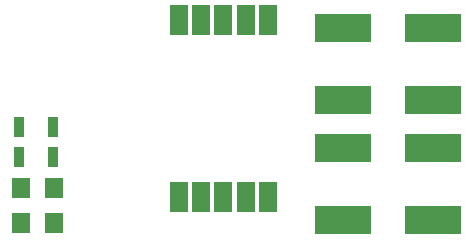
<source format=gbr>
G04 #@! TF.GenerationSoftware,KiCad,Pcbnew,5.0.2+dfsg1-1*
G04 #@! TF.CreationDate,2019-03-09T11:54:22-07:00*
G04 #@! TF.ProjectId,1x7seg_4btn,31783773-6567-45f3-9462-746e2e6b6963,rev?*
G04 #@! TF.SameCoordinates,Original*
G04 #@! TF.FileFunction,Paste,Top*
G04 #@! TF.FilePolarity,Positive*
%FSLAX46Y46*%
G04 Gerber Fmt 4.6, Leading zero omitted, Abs format (unit mm)*
G04 Created by KiCad (PCBNEW 5.0.2+dfsg1-1) date Sat 09 Mar 2019 11:54:22 AM MST*
%MOMM*%
%LPD*%
G01*
G04 APERTURE LIST*
%ADD10R,1.600000X2.500000*%
%ADD11R,1.597660X1.800860*%
%ADD12R,0.900000X1.700000*%
%ADD13R,4.700000X2.450000*%
G04 APERTURE END LIST*
D10*
G04 #@! TO.C,AFF1*
X59563000Y-25520000D03*
X57663000Y-25520000D03*
X55763000Y-25520000D03*
X61463000Y-25520000D03*
X63363000Y-25520000D03*
X59563000Y-40520000D03*
X57663000Y-40520000D03*
X55763000Y-40520000D03*
X61463000Y-40520000D03*
X63363000Y-40520000D03*
G04 #@! TD*
D11*
G04 #@! TO.C,D1*
X42395140Y-39751000D03*
X45234860Y-39751000D03*
G04 #@! TD*
G04 #@! TO.C,D2*
X42395140Y-42672000D03*
X45234860Y-42672000D03*
G04 #@! TD*
D12*
G04 #@! TO.C,R22*
X45138000Y-37084000D03*
X42238000Y-37084000D03*
G04 #@! TD*
G04 #@! TO.C,R23*
X45138000Y-34544000D03*
X42238000Y-34544000D03*
G04 #@! TD*
D13*
G04 #@! TO.C,U2*
X69723000Y-32258000D03*
X69723000Y-26162000D03*
G04 #@! TD*
G04 #@! TO.C,U3*
X77343000Y-32258000D03*
X77343000Y-26162000D03*
G04 #@! TD*
G04 #@! TO.C,U6*
X77343000Y-36322000D03*
X77343000Y-42418000D03*
G04 #@! TD*
G04 #@! TO.C,U7*
X69723000Y-36322000D03*
X69723000Y-42418000D03*
G04 #@! TD*
M02*

</source>
